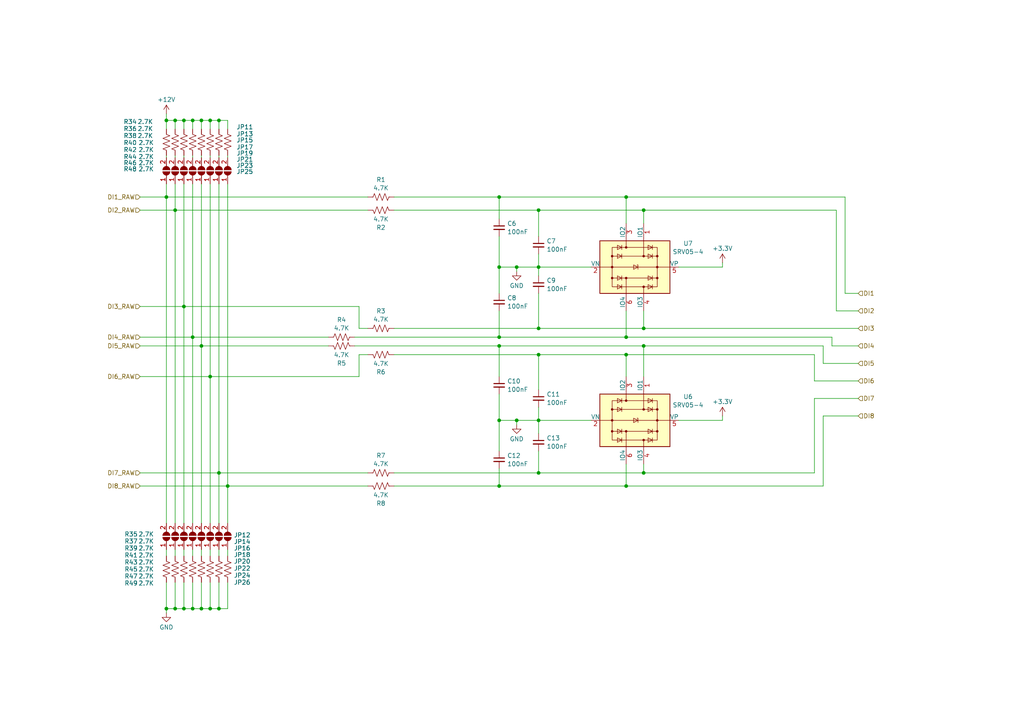
<source format=kicad_sch>
(kicad_sch (version 20231120) (generator "eeschema") (generator_version "8.0")
  (paper "A4")
  (title_block (title "CANBoard-Base") (date "2025-01-17") (rev "v1.1") (company "Dingo Electronics") (comment 1 "github.com/corygrant") (comment 2 "Cory Grant"))
  (lib_symbols
    (symbol "Device:C_Small" (pin_numbers hide) (pin_names (offset 0.254) hide)
      (property "Reference" "C" (at 0.254 1.778 0))
      (property "Value" "C_Small" (at 0.254 -2.032 0))
      (symbol "C_Small_0_1"
        (polyline (pts (xy -1.524 -0.508) (xy 1.524 -0.508)) (stroke (width 0.3302)))
        (polyline (pts (xy -1.524 0.508) (xy 1.524 0.508)) (stroke (width 0.3048)))
      )
      (symbol "C_Small_1_1"
        (pin passive line (at 0 2.54 270) (length 2.032) (name "~") (number "1"))
        (pin passive line (at 0 -2.54 90) (length 2.032) (name "~") (number "2"))
      )
    )
    (symbol "Device:R_US" (pin_numbers hide) (pin_names (offset 0))
      (property "Reference" "R" (at 2.54 0 90))
      (property "Value" "R_US" (at -2.54 0 90))
      (symbol "R_US_0_1"
        (polyline (pts (xy 0 -2.286) (xy 0 -2.54)))
        (polyline (pts (xy 0 2.286) (xy 0 2.54)))
        (polyline (pts (xy 0 -0.762) (xy 1.016 -1.143) (xy 0 -1.524) (xy -1.016 -1.905) (xy 0 -2.286)))
        (polyline (pts (xy 0 0.762) (xy 1.016 0.381) (xy 0 0) (xy -1.016 -0.381) (xy 0 -0.762)))
        (polyline (pts (xy 0 2.286) (xy 1.016 1.905) (xy 0 1.524) (xy -1.016 1.143) (xy 0 0.762)))
      )
      (symbol "R_US_1_1"
        (pin passive line (at 0 3.81 270) (length 1.27) (name "~") (number "1"))
        (pin passive line (at 0 -3.81 90) (length 1.27) (name "~") (number "2"))
      )
    )
    (symbol "Jumper:SolderJumper_2_Open" (pin_names (offset 0) hide)
      (property "Reference" "JP" (at 0 2.032 0))
      (property "Value" "SolderJumper_2_Open" (at 0 -2.54 0))
      (symbol "SolderJumper_2_Open_0_1"
        (arc (start -0.254 1.016) (mid -1.2656 0) (end -0.254 -1.016))
        (arc (start -0.254 1.016) (mid -1.2656 0) (end -0.254 -1.016) (fill (type outline)))
        (polyline (pts (xy -0.254 1.016) (xy -0.254 -1.016)))
        (polyline (pts (xy 0.254 1.016) (xy 0.254 -1.016)))
        (arc (start 0.254 -1.016) (mid 1.2656 0) (end 0.254 1.016))
        (arc (start 0.254 -1.016) (mid 1.2656 0) (end 0.254 1.016) (fill (type outline)))
      )
      (symbol "SolderJumper_2_Open_1_1"
        (pin passive line (at -3.81 0 0) (length 2.54) (name "A") (number "1"))
        (pin passive line (at 3.81 0 180) (length 2.54) (name "B") (number "2"))
      )
    )
    (symbol "Power_Protection:SRV05-4" (pin_names (offset 0))
      (property "Reference" "U" (at -5.08 11.43 0))
      (property "Value" "SRV05-4" (at 2.54 11.43 0))
      (symbol "SRV05-4_0_0"
        (rectangle (start -5.715 6.477) (end 5.715 -6.604))
        (polyline (pts (xy -3.175 -6.604) (xy -3.175 6.477)))
        (polyline (pts (xy 3.175 6.477) (xy 3.175 -6.604)))
      )
      (symbol "SRV05-4_0_1"
        (rectangle (start -7.62 10.16) (end 7.62 -10.16) (stroke (width 0.254)) (fill (type background)))
        (circle (center -5.715 -2.54) (radius 0.2794) (fill (type outline)))
        (circle (center -3.175 -6.604) (radius 0.2794) (fill (type outline)))
        (circle (center -3.175 2.54) (radius 0.2794) (fill (type outline)))
        (circle (center -3.175 6.477) (radius 0.2794) (fill (type outline)))
        (circle (center 0 -6.604) (radius 0.2794) (fill (type outline)))
        (polyline (pts (xy -7.747 2.54) (xy -3.175 2.54)))
        (polyline (pts (xy -7.62 -2.54) (xy -5.715 -2.54)))
        (polyline (pts (xy -5.08 -3.81) (xy -6.35 -3.81)))
        (polyline (pts (xy -5.08 5.08) (xy -6.35 5.08)))
        (polyline (pts (xy -2.54 -3.81) (xy -3.81 -3.81)))
        (polyline (pts (xy -2.54 5.08) (xy -3.81 5.08)))
        (polyline (pts (xy 0 10.16) (xy 0 -10.16)))
        (polyline (pts (xy 3.81 -3.81) (xy 2.54 -3.81)))
        (polyline (pts (xy 3.81 5.08) (xy 2.54 5.08)))
        (polyline (pts (xy 6.35 -3.81) (xy 5.08 -3.81)))
        (polyline (pts (xy 6.35 5.08) (xy 5.08 5.08)))
        (polyline (pts (xy 7.62 -2.54) (xy 3.175 -2.54)))
        (polyline (pts (xy 7.62 2.54) (xy 5.715 2.54)))
        (polyline (pts (xy 0.635 0.889) (xy -0.635 0.889) (xy -0.635 0.635)))
        (polyline (pts (xy -5.08 -5.08) (xy -6.35 -5.08) (xy -5.715 -3.81) (xy -5.08 -5.08)))
        (polyline (pts (xy -5.08 3.81) (xy -6.35 3.81) (xy -5.715 5.08) (xy -5.08 3.81)))
        (polyline (pts (xy -2.54 -5.08) (xy -3.81 -5.08) (xy -3.175 -3.81) (xy -2.54 -5.08)))
        (polyline (pts (xy -2.54 3.81) (xy -3.81 3.81) (xy -3.175 5.08) (xy -2.54 3.81)))
        (polyline (pts (xy 0.635 -0.381) (xy -0.635 -0.381) (xy 0 0.889) (xy 0.635 -0.381)))
        (polyline (pts (xy 3.81 -5.08) (xy 2.54 -5.08) (xy 3.175 -3.81) (xy 3.81 -5.08)))
        (polyline (pts (xy 3.81 3.81) (xy 2.54 3.81) (xy 3.175 5.08) (xy 3.81 3.81)))
        (polyline (pts (xy 6.35 -5.08) (xy 5.08 -5.08) (xy 5.715 -3.81) (xy 6.35 -5.08)))
        (polyline (pts (xy 6.35 3.81) (xy 5.08 3.81) (xy 5.715 5.08) (xy 6.35 3.81)))
        (circle (center 0 6.477) (radius 0.2794) (fill (type outline)))
        (circle (center 3.175 -6.604) (radius 0.2794) (fill (type outline)))
        (circle (center 3.175 -2.54) (radius 0.2794) (fill (type outline)))
        (circle (center 3.175 6.477) (radius 0.2794) (fill (type outline)))
        (circle (center 5.715 2.54) (radius 0.2794) (fill (type outline)))
      )
      (symbol "SRV05-4_1_1"
        (pin passive line (at -12.7 2.54 0) (length 5.08) (name "IO1") (number "1"))
        (pin passive line (at 0 -12.7 90) (length 2.54) (name "VN") (number "2"))
        (pin passive line (at -12.7 -2.54 0) (length 5.08) (name "IO2") (number "3"))
        (pin passive line (at 12.7 2.54 180) (length 5.08) (name "IO3") (number "4"))
        (pin passive line (at 0 12.7 270) (length 2.54) (name "VP") (number "5"))
        (pin passive line (at 12.7 -2.54 180) (length 5.08) (name "IO4") (number "6"))
      )
    )
    (symbol "power:+12V" (power) (pin_names (offset 0))
      (property "Value" "+12V" (at 0 3.556 0))
      (symbol "+12V_0_1"
        (polyline (pts (xy -0.762 1.27) (xy 0 2.54)))
        (polyline (pts (xy 0 0) (xy 0 2.54)))
        (polyline (pts (xy 0 2.54) (xy 0.762 1.27)))
      )
      (symbol "+12V_1_1"
        (pin power_in line (at 0 0 90) (length 0) hide (name "+12V") (number "1"))
      )
    )
    (symbol "power:+3.3V" (power) (pin_names (offset 0))
      (property "Value" "+3.3V" (at 0 3.556 0))
      (symbol "+3.3V_0_1"
        (polyline (pts (xy -0.762 1.27) (xy 0 2.54)))
        (polyline (pts (xy 0 0) (xy 0 2.54)))
        (polyline (pts (xy 0 2.54) (xy 0.762 1.27)))
      )
      (symbol "+3.3V_1_1"
        (pin power_in line (at 0 0 90) (length 0) hide (name "+3.3V") (number "1"))
      )
    )
    (symbol "power:GND" (power) (pin_names (offset 0))
      (property "Value" "GND" (at 0 -3.81 0))
      (symbol "GND_0_1"
        (polyline (pts (xy 0 0) (xy 0 -1.27) (xy 1.27 -1.27) (xy 0 -2.54) (xy -1.27 -1.27) (xy 0 -1.27)))
      )
      (symbol "GND_1_1"
        (pin power_in line (at 0 0 270) (length 0) hide (name "GND") (number "1"))
      )
    )
  )
  (junction (at 156.21 60.96))
  (junction (at 144.78 140.97))
  (junction (at 144.78 97.79))
  (junction (at 144.78 100.33))
  (junction (at 58.42 100.33))
  (junction (at 181.61 97.79))
  (junction (at 149.86 77.47))
  (junction (at 60.96 34.925))
  (junction (at 66.04 140.97))
  (junction (at 63.5 176.53))
  (junction (at 53.34 34.925))
  (junction (at 53.34 176.53))
  (junction (at 144.78 121.92))
  (junction (at 156.21 95.25))
  (junction (at 60.96 109.22))
  (junction (at 181.61 102.87))
  (junction (at 156.21 77.47))
  (junction (at 55.88 176.53))
  (junction (at 60.96 176.53))
  (junction (at 55.88 97.79))
  (junction (at 144.78 57.15))
  (junction (at 50.8 176.53))
  (junction (at 63.5 34.925))
  (junction (at 181.61 57.15))
  (junction (at 50.8 60.96))
  (junction (at 48.26 57.15))
  (junction (at 186.69 100.33))
  (junction (at 156.21 102.87))
  (junction (at 186.69 95.25))
  (junction (at 58.42 34.925))
  (junction (at 156.21 137.16))
  (junction (at 48.26 34.925))
  (junction (at 63.5 137.16))
  (junction (at 186.69 137.16))
  (junction (at 53.34 88.9))
  (junction (at 58.42 176.53))
  (junction (at 186.69 60.96))
  (junction (at 181.61 140.97))
  (junction (at 55.88 34.925))
  (junction (at 149.86 121.92))
  (junction (at 50.8 34.925))
  (junction (at 156.21 121.92))
  (junction (at 48.26 176.53))
  (junction (at 144.78 77.47))
  (wire (pts (xy 40.64 97.79) (xy 55.88 97.79)))
  (wire (pts (xy 66.04 168.91) (xy 66.04 176.53)))
  (wire (pts (xy 50.8 45.085) (xy 50.8 45.72)))
  (wire (pts (xy 50.8 60.96) (xy 50.8 151.765)))
  (wire (pts (xy 66.04 37.465) (xy 66.04 34.925)))
  (wire (pts (xy 144.78 121.92) (xy 144.78 130.81)))
  (wire (pts (xy 171.45 121.92) (xy 156.21 121.92)))
  (wire (pts (xy 181.61 90.17) (xy 181.61 97.79)))
  (wire (pts (xy 186.69 134.62) (xy 186.69 137.16)))
  (wire (pts (xy 104.14 102.87) (xy 104.14 109.22)))
  (wire (pts (xy 149.86 121.92) (xy 149.86 123.19)))
  (wire (pts (xy 63.5 159.385) (xy 63.5 161.29)))
  (wire (pts (xy 58.42 53.34) (xy 58.42 100.33)))
  (wire (pts (xy 156.21 130.81) (xy 156.21 137.16)))
  (wire (pts (xy 58.42 168.91) (xy 58.42 176.53)))
  (wire (pts (xy 40.64 57.15) (xy 48.26 57.15)))
  (wire (pts (xy 50.8 34.925) (xy 48.26 34.925)))
  (wire (pts (xy 104.14 95.25) (xy 104.14 88.9)))
  (wire (pts (xy 66.04 34.925) (xy 63.5 34.925)))
  (wire (pts (xy 144.78 135.89) (xy 144.78 140.97)))
  (wire (pts (xy 55.88 97.79) (xy 55.88 151.765)))
  (wire (pts (xy 60.96 159.385) (xy 60.96 161.29)))
  (wire (pts (xy 156.21 60.96) (xy 186.69 60.96)))
  (wire (pts (xy 40.64 109.22) (xy 60.96 109.22)))
  (wire (pts (xy 58.42 45.085) (xy 58.42 45.72)))
  (wire (pts (xy 181.61 57.15) (xy 181.61 64.77)))
  (wire (pts (xy 55.88 37.465) (xy 55.88 34.925)))
  (wire (pts (xy 55.88 34.925) (xy 53.34 34.925)))
  (wire (pts (xy 248.92 85.09) (xy 245.11 85.09)))
  (wire (pts (xy 209.55 121.92) (xy 209.55 120.65)))
  (wire (pts (xy 58.42 37.465) (xy 58.42 34.925)))
  (wire (pts (xy 186.69 95.25) (xy 248.92 95.25)))
  (wire (pts (xy 114.3 60.96) (xy 156.21 60.96)))
  (wire (pts (xy 60.96 176.53) (xy 63.5 176.53)))
  (wire (pts (xy 144.78 100.33) (xy 144.78 109.22)))
  (wire (pts (xy 238.76 140.97) (xy 238.76 120.65)))
  (wire (pts (xy 63.5 137.16) (xy 106.68 137.16)))
  (wire (pts (xy 106.68 95.25) (xy 104.14 95.25)))
  (wire (pts (xy 50.8 53.34) (xy 50.8 60.96)))
  (wire (pts (xy 66.04 140.97) (xy 106.68 140.97)))
  (wire (pts (xy 144.78 114.3) (xy 144.78 121.92)))
  (wire (pts (xy 156.21 77.47) (xy 149.86 77.47)))
  (wire (pts (xy 53.34 53.34) (xy 53.34 88.9)))
  (wire (pts (xy 63.5 45.085) (xy 63.5 45.72)))
  (wire (pts (xy 209.55 77.47) (xy 209.55 76.2)))
  (wire (pts (xy 186.69 137.16) (xy 236.22 137.16)))
  (wire (pts (xy 50.8 176.53) (xy 53.34 176.53)))
  (wire (pts (xy 40.64 140.97) (xy 66.04 140.97)))
  (wire (pts (xy 63.5 168.91) (xy 63.5 176.53)))
  (wire (pts (xy 53.34 88.9) (xy 53.34 151.765)))
  (wire (pts (xy 186.69 60.96) (xy 242.57 60.96)))
  (wire (pts (xy 156.21 118.11) (xy 156.21 121.92)))
  (wire (pts (xy 196.85 77.47) (xy 209.55 77.47)))
  (wire (pts (xy 58.42 176.53) (xy 55.88 176.53)))
  (wire (pts (xy 181.61 134.62) (xy 181.61 140.97)))
  (wire (pts (xy 245.11 57.15) (xy 181.61 57.15)))
  (wire (pts (xy 236.22 137.16) (xy 236.22 115.57)))
  (wire (pts (xy 53.34 34.925) (xy 50.8 34.925)))
  (wire (pts (xy 60.96 37.465) (xy 60.96 34.925)))
  (wire (pts (xy 171.45 77.47) (xy 156.21 77.47)))
  (wire (pts (xy 60.96 109.22) (xy 104.14 109.22)))
  (wire (pts (xy 50.8 60.96) (xy 106.68 60.96)))
  (wire (pts (xy 144.78 121.92) (xy 149.86 121.92)))
  (wire (pts (xy 236.22 110.49) (xy 248.92 110.49)))
  (wire (pts (xy 55.88 45.085) (xy 55.88 45.72)))
  (wire (pts (xy 156.21 77.47) (xy 156.21 80.01)))
  (wire (pts (xy 186.69 100.33) (xy 186.69 109.22)))
  (wire (pts (xy 48.26 57.15) (xy 106.68 57.15)))
  (wire (pts (xy 50.8 159.385) (xy 50.8 161.29)))
  (wire (pts (xy 63.5 53.34) (xy 63.5 137.16)))
  (wire (pts (xy 40.64 137.16) (xy 63.5 137.16)))
  (wire (pts (xy 53.34 45.085) (xy 53.34 45.72)))
  (wire (pts (xy 63.5 37.465) (xy 63.5 34.925)))
  (wire (pts (xy 53.34 176.53) (xy 55.88 176.53)))
  (wire (pts (xy 144.78 140.97) (xy 181.61 140.97)))
  (wire (pts (xy 248.92 100.33) (xy 241.3 100.33)))
  (wire (pts (xy 48.26 168.91) (xy 48.26 176.53)))
  (wire (pts (xy 60.96 34.925) (xy 58.42 34.925)))
  (wire (pts (xy 236.22 115.57) (xy 248.92 115.57)))
  (wire (pts (xy 106.68 102.87) (xy 104.14 102.87)))
  (wire (pts (xy 66.04 140.97) (xy 66.04 151.765)))
  (wire (pts (xy 63.5 34.925) (xy 60.96 34.925)))
  (wire (pts (xy 144.78 97.79) (xy 181.61 97.79)))
  (wire (pts (xy 144.78 100.33) (xy 186.69 100.33)))
  (wire (pts (xy 156.21 95.25) (xy 186.69 95.25)))
  (wire (pts (xy 40.64 88.9) (xy 53.34 88.9)))
  (wire (pts (xy 242.57 60.96) (xy 242.57 90.17)))
  (wire (pts (xy 60.96 168.91) (xy 60.96 176.53)))
  (wire (pts (xy 156.21 102.87) (xy 181.61 102.87)))
  (wire (pts (xy 66.04 159.385) (xy 66.04 161.29)))
  (wire (pts (xy 55.88 168.91) (xy 55.88 176.53)))
  (wire (pts (xy 102.87 97.79) (xy 144.78 97.79)))
  (wire (pts (xy 53.34 159.385) (xy 53.34 161.29)))
  (wire (pts (xy 58.42 100.33) (xy 58.42 151.765)))
  (wire (pts (xy 40.64 100.33) (xy 58.42 100.33)))
  (wire (pts (xy 186.69 90.17) (xy 186.69 95.25)))
  (wire (pts (xy 238.76 100.33) (xy 238.76 105.41)))
  (wire (pts (xy 181.61 57.15) (xy 144.78 57.15)))
  (wire (pts (xy 181.61 97.79) (xy 241.3 97.79)))
  (wire (pts (xy 48.26 45.085) (xy 48.26 45.72)))
  (wire (pts (xy 114.3 137.16) (xy 156.21 137.16)))
  (wire (pts (xy 60.96 109.22) (xy 60.96 151.765)))
  (wire (pts (xy 63.5 137.16) (xy 63.5 151.765)))
  (wire (pts (xy 66.04 45.085) (xy 66.04 45.72)))
  (wire (pts (xy 156.21 137.16) (xy 186.69 137.16)))
  (wire (pts (xy 50.8 168.91) (xy 50.8 176.53)))
  (wire (pts (xy 186.69 100.33) (xy 238.76 100.33)))
  (wire (pts (xy 242.57 90.17) (xy 248.92 90.17)))
  (wire (pts (xy 60.96 45.085) (xy 60.96 45.72)))
  (wire (pts (xy 149.86 77.47) (xy 149.86 78.74)))
  (wire (pts (xy 238.76 120.65) (xy 248.92 120.65)))
  (wire (pts (xy 53.34 37.465) (xy 53.34 34.925)))
  (wire (pts (xy 48.26 34.925) (xy 48.26 37.465)))
  (wire (pts (xy 114.3 57.15) (xy 144.78 57.15)))
  (wire (pts (xy 114.3 102.87) (xy 156.21 102.87)))
  (wire (pts (xy 55.88 159.385) (xy 55.88 161.29)))
  (wire (pts (xy 156.21 73.66) (xy 156.21 77.47)))
  (wire (pts (xy 144.78 68.58) (xy 144.78 77.47)))
  (wire (pts (xy 245.11 85.09) (xy 245.11 57.15)))
  (wire (pts (xy 114.3 95.25) (xy 156.21 95.25)))
  (wire (pts (xy 102.87 100.33) (xy 144.78 100.33)))
  (wire (pts (xy 181.61 102.87) (xy 236.22 102.87)))
  (wire (pts (xy 58.42 34.925) (xy 55.88 34.925)))
  (wire (pts (xy 53.34 88.9) (xy 104.14 88.9)))
  (wire (pts (xy 144.78 77.47) (xy 149.86 77.47)))
  (wire (pts (xy 66.04 176.53) (xy 63.5 176.53)))
  (wire (pts (xy 156.21 102.87) (xy 156.21 113.03)))
  (wire (pts (xy 144.78 57.15) (xy 144.78 63.5)))
  (wire (pts (xy 58.42 100.33) (xy 95.25 100.33)))
  (wire (pts (xy 144.78 90.17) (xy 144.78 97.79)))
  (wire (pts (xy 48.26 159.385) (xy 48.26 161.29)))
  (wire (pts (xy 181.61 140.97) (xy 238.76 140.97)))
  (wire (pts (xy 60.96 53.34) (xy 60.96 109.22)))
  (wire (pts (xy 156.21 85.09) (xy 156.21 95.25)))
  (wire (pts (xy 48.26 57.15) (xy 48.26 151.765)))
  (wire (pts (xy 58.42 176.53) (xy 60.96 176.53)))
  (wire (pts (xy 236.22 102.87) (xy 236.22 110.49)))
  (wire (pts (xy 48.26 53.34) (xy 48.26 57.15)))
  (wire (pts (xy 156.21 121.92) (xy 156.21 125.73)))
  (wire (pts (xy 66.04 53.34) (xy 66.04 140.97)))
  (wire (pts (xy 55.88 97.79) (xy 95.25 97.79)))
  (wire (pts (xy 144.78 85.09) (xy 144.78 77.47)))
  (wire (pts (xy 50.8 176.53) (xy 48.26 176.53)))
  (wire (pts (xy 238.76 105.41) (xy 248.92 105.41)))
  (wire (pts (xy 196.85 121.92) (xy 209.55 121.92)))
  (wire (pts (xy 53.34 168.91) (xy 53.34 176.53)))
  (wire (pts (xy 40.64 60.96) (xy 50.8 60.96)))
  (wire (pts (xy 48.26 33.02) (xy 48.26 34.925)))
  (wire (pts (xy 181.61 109.22) (xy 181.61 102.87)))
  (wire (pts (xy 156.21 60.96) (xy 156.21 68.58)))
  (wire (pts (xy 186.69 60.96) (xy 186.69 64.77)))
  (wire (pts (xy 48.26 176.53) (xy 48.26 177.8)))
  (wire (pts (xy 58.42 159.385) (xy 58.42 161.29)))
  (wire (pts (xy 156.21 121.92) (xy 149.86 121.92)))
  (wire (pts (xy 55.88 53.34) (xy 55.88 97.79)))
  (wire (pts (xy 50.8 37.465) (xy 50.8 34.925)))
  (wire (pts (xy 241.3 100.33) (xy 241.3 97.79)))
  (wire (pts (xy 114.3 140.97) (xy 144.78 140.97)))
  (hierarchical_label "DI5_RAW" (shape input) (at 40.64 100.33 180))
  (hierarchical_label "DI3_RAW" (shape input) (at 40.64 88.9 180))
  (hierarchical_label "DI2" (shape input) (at 248.92 90.17 0))
  (hierarchical_label "DI6" (shape input) (at 248.92 110.49 0))
  (hierarchical_label "DI1" (shape input) (at 248.92 85.09 0))
  (hierarchical_label "DI6_RAW" (shape input) (at 40.64 109.22 180))
  (hierarchical_label "DI8_RAW" (shape input) (at 40.64 140.97 180))
  (hierarchical_label "DI7_RAW" (shape input) (at 40.64 137.16 180))
  (hierarchical_label "DI7" (shape input) (at 248.92 115.57 0))
  (hierarchical_label "DI2_RAW" (shape input) (at 40.64 60.96 180))
  (hierarchical_label "DI3" (shape input) (at 248.92 95.25 0))
  (hierarchical_label "DI8" (shape input) (at 248.92 120.65 0))
  (hierarchical_label "DI1_RAW" (shape input) (at 40.64 57.15 180))
  (hierarchical_label "DI5" (shape input) (at 248.92 105.41 0))
  (hierarchical_label "DI4_RAW" (shape input) (at 40.64 97.79 180))
  (hierarchical_label "DI4" (shape input) (at 248.92 100.33 0))
  (symbol (lib_id "Jumper:SolderJumper_2_Open") (at 66.04 49.53 90) (unit 1) (in_bom no)
    (property "Reference" "JP25" (at 68.58 49.784 90) (effects (justify right)))
    (property "Value" "SolderJumper_2_Open" (effects (hide yes)))
    (property "Footprint" "Jumper:SolderJumper-2_P1.3mm_Open_RoundedPad1.0x1.5mm" (effects (hide yes)))
  )
  (symbol (lib_id "Power_Protection:SRV05-4") (at 184.15 77.47 270) (unit 1)
    (property "Reference" "U7" (at 199.5677 70.614 90))
    (property "Value" "SRV05-4" (at 199.5677 73.0382 90))
    (property "Footprint" "Package_TO_SOT_SMD:SOT-23-6" (effects (hide yes)))
    (property "Datasheet" "http://www.onsemi.com/pub/Collateral/SRV05-4-D.PDF" (effects (hide yes)))
    (property "JLC_PN" "C384887" (effects (hide yes)))
  )
  (symbol (lib_id "Device:R_US") (at 63.5 165.1 0) (unit 1)
    (property "Reference" "R47" (at 36.068 167.132 0) (effects (justify left)))
    (property "Value" "2.7K" (at 40.132 167.132 0) (effects (justify left)))
    (property "Footprint" "Resistor_SMD:R_0805_2012Metric" (effects (hide yes)))
    (property "JLC_PN" "C17530" (effects (hide yes)))
  )
  (symbol (lib_id "Device:C_Small") (at 144.78 87.63 0) (unit 1)
    (property "Reference" "C8" (at 147.1041 86.4242 0) (effects (justify left)))
    (property "Value" "100nF" (at 147.1041 88.8484 0) (effects (justify left)))
    (property "Footprint" "Capacitor_SMD:C_0805_2012Metric" (effects (hide yes)))
    (property "JLC_PN" "C49678" (effects (hide yes)))
  )
  (symbol (lib_id "Device:R_US") (at 66.04 165.1 0) (unit 1)
    (property "Reference" "R49" (at 36.068 169.164 0) (effects (justify left)))
    (property "Value" "2.7K" (at 40.132 169.164 0) (effects (justify left)))
    (property "Footprint" "Resistor_SMD:R_0805_2012Metric" (effects (hide yes)))
    (property "JLC_PN" "C17530" (effects (hide yes)))
  )
  (symbol (lib_id "Device:R_US") (at 110.49 137.16 90) (unit 1)
    (property "Reference" "R7" (at 110.49 132.1267 90))
    (property "Value" "4.7K" (at 110.49 134.5509 90))
    (property "Footprint" "Resistor_SMD:R_0805_2012Metric" (effects (hide yes)))
    (property "JLC_PN" "C17673" (effects (hide yes)))
  )
  (symbol (lib_id "Device:R_US") (at 55.88 41.275 0) (unit 1)
    (property "Reference" "R40" (at 35.814 41.402 0) (effects (justify left)))
    (property "Value" "2.7K" (at 40.132 41.402 0) (effects (justify left)))
    (property "Footprint" "Resistor_SMD:R_0805_2012Metric" (effects (hide yes)))
    (property "JLC_PN" "C17530" (effects (hide yes)))
  )
  (symbol (lib_id "Device:R_US") (at 53.34 165.1 0) (unit 1)
    (property "Reference" "R39" (at 36.068 159.004 0) (effects (justify left)))
    (property "Value" "2.7K" (at 40.132 159.004 0) (effects (justify left)))
    (property "Footprint" "Resistor_SMD:R_0805_2012Metric" (effects (hide yes)))
    (property "JLC_PN" "C17530" (effects (hide yes)))
  )
  (symbol (lib_id "Jumper:SolderJumper_2_Open") (at 50.8 49.53 90) (unit 1) (in_bom no)
    (property "Reference" "JP13" (at 68.58 38.862 90) (effects (justify right)))
    (property "Value" "SolderJumper_2_Open" (effects (hide yes)))
    (property "Footprint" "Jumper:SolderJumper-2_P1.3mm_Open_RoundedPad1.0x1.5mm" (effects (hide yes)))
  )
  (symbol (lib_id "Device:C_Small") (at 156.21 115.57 0) (unit 1)
    (property "Reference" "C11" (at 158.5341 114.3642 0) (effects (justify left)))
    (property "Value" "100nF" (at 158.5341 116.7884 0) (effects (justify left)))
    (property "Footprint" "Capacitor_SMD:C_0805_2012Metric" (effects (hide yes)))
    (property "JLC_PN" "C49678" (effects (hide yes)))
  )
  (symbol (lib_id "Jumper:SolderJumper_2_Open") (at 55.88 49.53 90) (unit 1) (in_bom no)
    (property "Reference" "JP17" (at 68.58 42.672 90) (effects (justify right)))
    (property "Value" "SolderJumper_2_Open" (effects (hide yes)))
    (property "Footprint" "Jumper:SolderJumper-2_P1.3mm_Open_RoundedPad1.0x1.5mm" (effects (hide yes)))
  )
  (symbol (lib_id "Device:R_US") (at 99.06 97.79 90) (unit 1)
    (property "Reference" "R4" (at 99.06 92.7567 90))
    (property "Value" "4.7K" (at 99.06 95.1809 90))
    (property "Footprint" "Resistor_SMD:R_0805_2012Metric" (effects (hide yes)))
    (property "JLC_PN" "C17673" (effects (hide yes)))
  )
  (symbol (lib_id "Jumper:SolderJumper_2_Open") (at 53.34 155.575 90) (unit 1) (in_bom no)
    (property "Reference" "JP16" (at 67.818 159.004 90) (effects (justify right)))
    (property "Value" "SolderJumper_2_Open" (effects (hide yes)))
    (property "Footprint" "Jumper:SolderJumper-2_P1.3mm_Open_RoundedPad1.0x1.5mm" (effects (hide yes)))
  )
  (symbol (lib_id "Device:R_US") (at 58.42 41.275 0) (unit 1)
    (property "Reference" "R42" (at 35.814 43.434 0) (effects (justify left)))
    (property "Value" "2.7K" (at 40.132 43.434 0) (effects (justify left)))
    (property "Footprint" "Resistor_SMD:R_0805_2012Metric" (effects (hide yes)))
    (property "JLC_PN" "C17530" (effects (hide yes)))
  )
  (symbol (lib_id "Device:C_Small") (at 144.78 66.04 0) (unit 1)
    (property "Reference" "C6" (at 147.1041 64.8342 0) (effects (justify left)))
    (property "Value" "100nF" (at 147.1041 67.2584 0) (effects (justify left)))
    (property "Footprint" "Capacitor_SMD:C_0805_2012Metric" (effects (hide yes)))
    (property "JLC_PN" "C49678" (effects (hide yes)))
  )
  (symbol (lib_id "Device:R_US") (at 60.96 165.1 0) (unit 1)
    (property "Reference" "R45" (at 36.068 165.1 0) (effects (justify left)))
    (property "Value" "2.7K" (at 40.132 165.1 0) (effects (justify left)))
    (property "Footprint" "Resistor_SMD:R_0805_2012Metric" (effects (hide yes)))
    (property "JLC_PN" "C17530" (effects (hide yes)))
  )
  (symbol (lib_id "Jumper:SolderJumper_2_Open") (at 58.42 49.53 90) (unit 1) (in_bom no)
    (property "Reference" "JP19" (at 68.58 44.45 90) (effects (justify right)))
    (property "Value" "SolderJumper_2_Open" (effects (hide yes)))
    (property "Footprint" "Jumper:SolderJumper-2_P1.3mm_Open_RoundedPad1.0x1.5mm" (effects (hide yes)))
  )
  (symbol (lib_id "power:GND") (at 48.26 177.8 0) (unit 1)
    (property "Reference" "#PWR029" (effects (hide yes)))
    (property "Value" "GND" (at 48.26 181.9331 0))
  )
  (symbol (lib_id "Jumper:SolderJumper_2_Open") (at 48.26 49.53 90) (unit 1) (in_bom no)
    (property "Reference" "JP11" (at 68.58 36.83 90) (effects (justify right)))
    (property "Value" "SolderJumper_2_Open" (effects (hide yes)))
    (property "Footprint" "Jumper:SolderJumper-2_P1.3mm_Open_RoundedPad1.0x1.5mm" (effects (hide yes)))
  )
  (symbol (lib_id "Jumper:SolderJumper_2_Open") (at 60.96 49.53 90) (unit 1) (in_bom no)
    (property "Reference" "JP21" (at 68.58 46.228 90) (effects (justify right)))
    (property "Value" "SolderJumper_2_Open" (effects (hide yes)))
    (property "Footprint" "Jumper:SolderJumper-2_P1.3mm_Open_RoundedPad1.0x1.5mm" (effects (hide yes)))
  )
  (symbol (lib_id "power:+12V") (at 48.26 33.02 0) (mirror y) (unit 1)
    (property "Reference" "#PWR021" (effects (hide yes)))
    (property "Value" "+12V" (at 48.26 28.8869 0))
  )
  (symbol (lib_id "Device:R_US") (at 60.96 41.275 0) (unit 1)
    (property "Reference" "R44" (at 35.814 45.466 0) (effects (justify left)))
    (property "Value" "2.7K" (at 40.132 45.466 0) (effects (justify left)))
    (property "Footprint" "Resistor_SMD:R_0805_2012Metric" (effects (hide yes)))
    (property "JLC_PN" "C17530" (effects (hide yes)))
  )
  (symbol (lib_id "Device:C_Small") (at 156.21 71.12 0) (unit 1)
    (property "Reference" "C7" (at 158.5341 69.9142 0) (effects (justify left)))
    (property "Value" "100nF" (at 158.5341 72.3384 0) (effects (justify left)))
    (property "Footprint" "Capacitor_SMD:C_0805_2012Metric" (effects (hide yes)))
    (property "JLC_PN" "C49678" (effects (hide yes)))
  )
  (symbol (lib_id "Device:R_US") (at 110.49 57.15 90) (unit 1)
    (property "Reference" "R1" (at 110.49 52.1167 90))
    (property "Value" "4.7K" (at 110.49 54.5409 90))
    (property "Footprint" "Resistor_SMD:R_0805_2012Metric" (effects (hide yes)))
    (property "JLC_PN" "C17673" (effects (hide yes)))
  )
  (symbol (lib_id "Device:R_US") (at 53.34 41.275 0) (unit 1)
    (property "Reference" "R38" (at 35.814 39.37 0) (effects (justify left)))
    (property "Value" "2.7K" (at 39.878 39.37 0) (effects (justify left)))
    (property "Footprint" "Resistor_SMD:R_0805_2012Metric" (effects (hide yes)))
    (property "JLC_PN" "C17530" (effects (hide yes)))
  )
  (symbol (lib_id "Jumper:SolderJumper_2_Open") (at 53.34 49.53 90) (unit 1) (in_bom no)
    (property "Reference" "JP15" (at 68.58 40.64 90) (effects (justify right)))
    (property "Value" "SolderJumper_2_Open" (effects (hide yes)))
    (property "Footprint" "Jumper:SolderJumper-2_P1.3mm_Open_RoundedPad1.0x1.5mm" (effects (hide yes)))
  )
  (symbol (lib_id "power:GND") (at 149.86 78.74 0) (unit 1)
    (property "Reference" "#PWR06" (effects (hide yes)))
    (property "Value" "GND" (at 149.86 82.8731 0))
  )
  (symbol (lib_id "Device:R_US") (at 55.88 165.1 0) (unit 1)
    (property "Reference" "R41" (at 36.068 161.036 0) (effects (justify left)))
    (property "Value" "2.7K" (at 40.132 161.036 0) (effects (justify left)))
    (property "Footprint" "Resistor_SMD:R_0805_2012Metric" (effects (hide yes)))
    (property "JLC_PN" "C17530" (effects (hide yes)))
  )
  (symbol (lib_id "Device:R_US") (at 99.06 100.33 90) (mirror x) (unit 1)
    (property "Reference" "R5" (at 99.06 105.3633 90))
    (property "Value" "4.7K" (at 99.06 102.9391 90))
    (property "Footprint" "Resistor_SMD:R_0805_2012Metric" (effects (hide yes)))
    (property "JLC_PN" "C17673" (effects (hide yes)))
  )
  (symbol (lib_id "Device:R_US") (at 58.42 165.1 0) (unit 1)
    (property "Reference" "R43" (at 36.068 163.068 0) (effects (justify left)))
    (property "Value" "2.7K" (at 40.132 163.068 0) (effects (justify left)))
    (property "Footprint" "Resistor_SMD:R_0805_2012Metric" (effects (hide yes)))
    (property "JLC_PN" "C17530" (effects (hide yes)))
  )
  (symbol (lib_id "Device:R_US") (at 66.04 41.275 0) (unit 1)
    (property "Reference" "R48" (at 35.814 49.022 0) (effects (justify left)))
    (property "Value" "2.7K" (at 40.132 49.022 0) (effects (justify left)))
    (property "Footprint" "Resistor_SMD:R_0805_2012Metric" (effects (hide yes)))
    (property "JLC_PN" "C17530" (effects (hide yes)))
  )
  (symbol (lib_id "Device:R_US") (at 110.49 140.97 90) (mirror x) (unit 1)
    (property "Reference" "R8" (at 110.49 146.0033 90))
    (property "Value" "4.7K" (at 110.49 143.5791 90))
    (property "Footprint" "Resistor_SMD:R_0805_2012Metric" (effects (hide yes)))
    (property "JLC_PN" "C17673" (effects (hide yes)))
  )
  (symbol (lib_id "Device:C_Small") (at 156.21 82.55 0) (unit 1)
    (property "Reference" "C9" (at 158.5341 81.3442 0) (effects (justify left)))
    (property "Value" "100nF" (at 158.5341 83.7684 0) (effects (justify left)))
    (property "Footprint" "Capacitor_SMD:C_0805_2012Metric" (effects (hide yes)))
    (property "JLC_PN" "C49678" (effects (hide yes)))
  )
  (symbol (lib_id "Jumper:SolderJumper_2_Open") (at 50.8 155.575 90) (unit 1) (in_bom no)
    (property "Reference" "JP14" (at 67.818 157.099 90) (effects (justify right)))
    (property "Value" "SolderJumper_2_Open" (effects (hide yes)))
    (property "Footprint" "Jumper:SolderJumper-2_P1.3mm_Open_RoundedPad1.0x1.5mm" (effects (hide yes)))
  )
  (symbol (lib_id "power:+3.3V") (at 209.55 120.65 0) (unit 1)
    (property "Reference" "#PWR020" (effects (hide yes)))
    (property "Value" "+3.3V" (at 209.55 116.5169 0))
  )
  (symbol (lib_id "Device:C_Small") (at 144.78 111.76 0) (unit 1)
    (property "Reference" "C10" (at 147.1041 110.5542 0) (effects (justify left)))
    (property "Value" "100nF" (at 147.1041 112.9784 0) (effects (justify left)))
    (property "Footprint" "Capacitor_SMD:C_0805_2012Metric" (effects (hide yes)))
    (property "JLC_PN" "C49678" (effects (hide yes)))
  )
  (symbol (lib_id "Jumper:SolderJumper_2_Open") (at 55.88 155.575 90) (unit 1) (in_bom no)
    (property "Reference" "JP18" (at 67.818 160.909 90) (effects (justify right)))
    (property "Value" "SolderJumper_2_Open" (effects (hide yes)))
    (property "Footprint" "Jumper:SolderJumper-2_P1.3mm_Open_RoundedPad1.0x1.5mm" (effects (hide yes)))
  )
  (symbol (lib_id "Device:R_US") (at 110.49 60.96 90) (mirror x) (unit 1)
    (property "Reference" "R2" (at 110.49 65.9933 90))
    (property "Value" "4.7K" (at 110.49 63.5691 90))
    (property "Footprint" "Resistor_SMD:R_0805_2012Metric" (effects (hide yes)))
    (property "JLC_PN" "C17673" (effects (hide yes)))
  )
  (symbol (lib_id "Jumper:SolderJumper_2_Open") (at 48.26 155.575 90) (unit 1) (in_bom no)
    (property "Reference" "JP12" (at 67.818 155.194 90) (effects (justify right)))
    (property "Value" "SolderJumper_2_Open" (effects (hide yes)))
    (property "Footprint" "Jumper:SolderJumper-2_P1.3mm_Open_RoundedPad1.0x1.5mm" (effects (hide yes)))
  )
  (symbol (lib_id "Device:R_US") (at 48.26 165.1 0) (unit 1)
    (property "Reference" "R35" (at 36.068 154.94 0) (effects (justify left)))
    (property "Value" "2.7K" (at 40.132 154.94 0) (effects (justify left)))
    (property "Footprint" "Resistor_SMD:R_0805_2012Metric" (effects (hide yes)))
    (property "JLC_PN" "C17530" (effects (hide yes)))
  )
  (symbol (lib_id "Device:R_US") (at 63.5 41.275 0) (unit 1)
    (property "Reference" "R46" (at 35.814 47.244 0) (effects (justify left)))
    (property "Value" "2.7K" (at 40.132 47.244 0) (effects (justify left)))
    (property "Footprint" "Resistor_SMD:R_0805_2012Metric" (effects (hide yes)))
    (property "JLC_PN" "C17530" (effects (hide yes)))
  )
  (symbol (lib_id "Jumper:SolderJumper_2_Open") (at 58.42 155.575 90) (unit 1) (in_bom no)
    (property "Reference" "JP20" (at 67.818 162.814 90) (effects (justify right)))
    (property "Value" "SolderJumper_2_Open" (effects (hide yes)))
    (property "Footprint" "Jumper:SolderJumper-2_P1.3mm_Open_RoundedPad1.0x1.5mm" (effects (hide yes)))
  )
  (symbol (lib_id "power:+3.3V") (at 209.55 76.2 0) (unit 1)
    (property "Reference" "#PWR019" (effects (hide yes)))
    (property "Value" "+3.3V" (at 209.55 72.0669 0))
  )
  (symbol (lib_id "Jumper:SolderJumper_2_Open") (at 63.5 49.53 90) (unit 1) (in_bom no)
    (property "Reference" "JP23" (at 68.58 48.006 90) (effects (justify right)))
    (property "Value" "SolderJumper_2_Open" (effects (hide yes)))
    (property "Footprint" "Jumper:SolderJumper-2_P1.3mm_Open_RoundedPad1.0x1.5mm" (effects (hide yes)))
  )
  (symbol (lib_id "Jumper:SolderJumper_2_Open") (at 66.04 155.575 90) (unit 1) (in_bom no)
    (property "Reference" "JP26" (at 67.818 168.91 90) (effects (justify right)))
    (property "Value" "SolderJumper_2_Open" (effects (hide yes)))
    (property "Footprint" "Jumper:SolderJumper-2_P1.3mm_Open_RoundedPad1.0x1.5mm" (effects (hide yes)))
  )
  (symbol (lib_id "Device:R_US") (at 50.8 165.1 0) (unit 1)
    (property "Reference" "R37" (at 36.068 156.972 0) (effects (justify left)))
    (property "Value" "2.7K" (at 40.132 156.972 0) (effects (justify left)))
    (property "Footprint" "Resistor_SMD:R_0805_2012Metric" (effects (hide yes)))
    (property "JLC_PN" "C17530" (effects (hide yes)))
  )
  (symbol (lib_id "Power_Protection:SRV05-4") (at 184.15 121.92 270) (unit 1)
    (property "Reference" "U6" (at 199.5677 115.064 90))
    (property "Value" "SRV05-4" (at 199.5677 117.4882 90))
    (property "Footprint" "Package_TO_SOT_SMD:SOT-23-6" (effects (hide yes)))
    (property "Datasheet" "http://www.onsemi.com/pub/Collateral/SRV05-4-D.PDF" (effects (hide yes)))
    (property "JLC_PN" "C384887" (effects (hide yes)))
  )
  (symbol (lib_id "Device:R_US") (at 50.8 41.275 0) (unit 1)
    (property "Reference" "R36" (at 35.814 37.338 0) (effects (justify left)))
    (property "Value" "2.7K" (at 39.878 37.338 0) (effects (justify left)))
    (property "Footprint" "Resistor_SMD:R_0805_2012Metric" (effects (hide yes)))
    (property "JLC_PN" "C17530" (effects (hide yes)))
  )
  (symbol (lib_id "Device:R_US") (at 110.49 95.25 90) (unit 1)
    (property "Reference" "R3" (at 110.49 90.2167 90))
    (property "Value" "4.7K" (at 110.49 92.6409 90))
    (property "Footprint" "Resistor_SMD:R_0805_2012Metric" (effects (hide yes)))
    (property "JLC_PN" "C17673" (effects (hide yes)))
  )
  (symbol (lib_id "Jumper:SolderJumper_2_Open") (at 63.5 155.575 90) (unit 1) (in_bom no)
    (property "Reference" "JP24" (at 67.818 166.878 90) (effects (justify right)))
    (property "Value" "SolderJumper_2_Open" (effects (hide yes)))
    (property "Footprint" "Jumper:SolderJumper-2_P1.3mm_Open_RoundedPad1.0x1.5mm" (effects (hide yes)))
  )
  (symbol (lib_id "Device:R_US") (at 48.26 41.275 0) (unit 1)
    (property "Reference" "R34" (at 35.814 35.306 0) (effects (justify left)))
    (property "Value" "2.7K" (at 39.878 35.306 0) (effects (justify left)))
    (property "Footprint" "Resistor_SMD:R_0805_2012Metric" (effects (hide yes)))
    (property "JLC_PN" "C17530" (effects (hide yes)))
  )
  (symbol (lib_id "Device:C_Small") (at 144.78 133.35 0) (unit 1)
    (property "Reference" "C12" (at 147.1041 132.1442 0) (effects (justify left)))
    (property "Value" "100nF" (at 147.1041 134.5684 0) (effects (justify left)))
    (property "Footprint" "Capacitor_SMD:C_0805_2012Metric" (effects (hide yes)))
    (property "JLC_PN" "C49678" (effects (hide yes)))
  )
  (symbol (lib_id "Device:C_Small") (at 156.21 128.27 0) (unit 1)
    (property "Reference" "C13" (at 158.5341 127.0642 0) (effects (justify left)))
    (property "Value" "100nF" (at 158.5341 129.4884 0) (effects (justify left)))
    (property "Footprint" "Capacitor_SMD:C_0805_2012Metric" (effects (hide yes)))
    (property "JLC_PN" "C49678" (effects (hide yes)))
  )
  (symbol (lib_id "Device:R_US") (at 110.49 102.87 90) (mirror x) (unit 1)
    (property "Reference" "R6" (at 110.49 107.9033 90))
    (property "Value" "4.7K" (at 110.49 105.4791 90))
    (property "Footprint" "Resistor_SMD:R_0805_2012Metric" (effects (hide yes)))
    (property "JLC_PN" "C17673" (effects (hide yes)))
  )
  (symbol (lib_id "Jumper:SolderJumper_2_Open") (at 60.96 155.575 90) (unit 1) (in_bom no)
    (property "Reference" "JP22" (at 67.818 164.846 90) (effects (justify right)))
    (property "Value" "SolderJumper_2_Open" (effects (hide yes)))
    (property "Footprint" "Jumper:SolderJumper-2_P1.3mm_Open_RoundedPad1.0x1.5mm" (effects (hide yes)))
  )
  (symbol (lib_id "power:GND") (at 149.86 123.19 0) (unit 1)
    (property "Reference" "#PWR05" (effects (hide yes)))
    (property "Value" "GND" (at 149.86 127.3231 0))
  )
)
</source>
